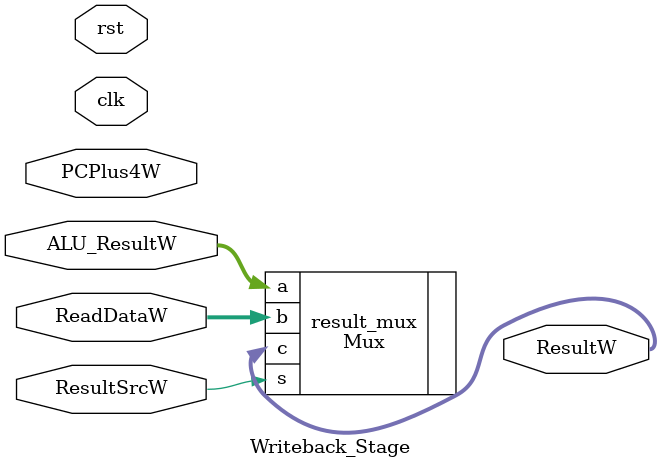
<source format=v>
module Writeback_Stage(clk, rst, ResultSrcW, PCPlus4W, ALU_ResultW, ReadDataW, ResultW);

// Declaration of IOs
input clk, rst, ResultSrcW;
input [31:0] PCPlus4W, ALU_ResultW, ReadDataW;

output [31:0] ResultW;

// Declaration of Module
Mux result_mux (    
                .a(ALU_ResultW),
                .b(ReadDataW),
                .s(ResultSrcW),
                .c(ResultW)
                );
endmodule
</source>
